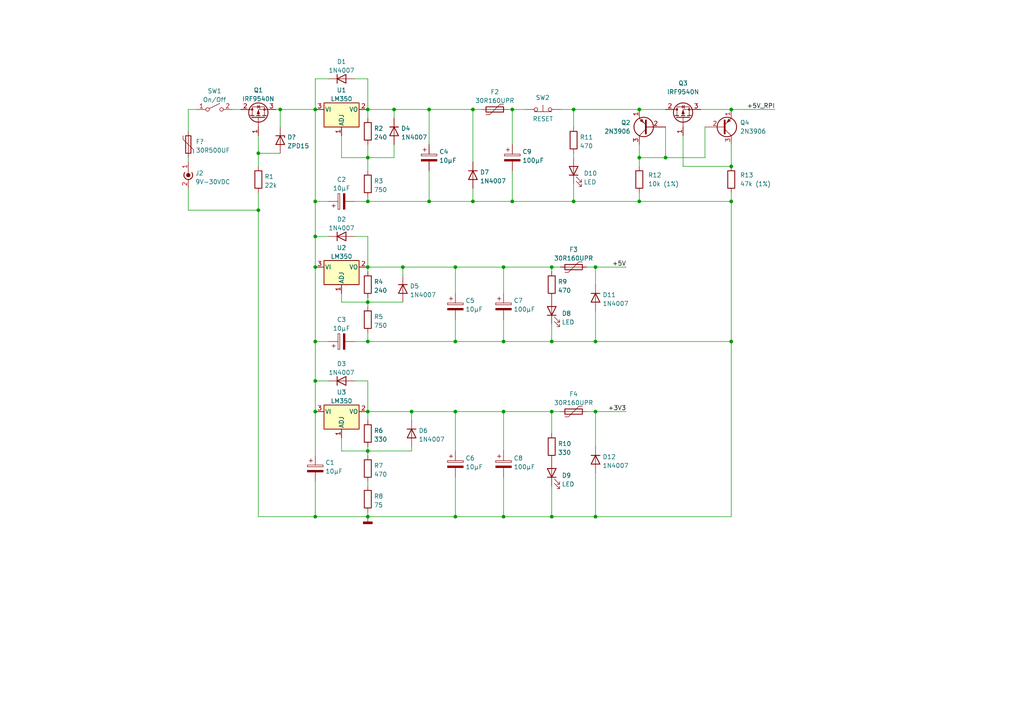
<source format=kicad_sch>
(kicad_sch (version 20211123) (generator eeschema)
  (paper "A4")
  (title_block (title "The Ulysses Board") (date "2022-09-04") (rev "1.3") (company "Dirk Gottschalk") (comment 1 "Power module") (comment 2 "Schematics") (comment 3 "Draft") (comment 4 "EN") (comment 5 "Tech- dev.") (comment 6 "n/a") (comment 7 "Dirk Gottschalk"))
  (lib_symbols
    (symbol "Connector:Conn_Coaxial_Power" (pin_names (offset 1.016) hide)
      (property "Reference" "J" (at -5.08 -1.27 90))
      (property "Value" "Conn_Coaxial_Power" (at -3.175 -1.27 90))
      (symbol "Conn_Coaxial_Power_0_1"
        (arc (start -1.27 -1.27) (mid 0 -2.54) (end 1.27 -1.27) (stroke (width 0.254)))
        (arc (start -1.016 -0.508) (mid -1.2048 -0.8684) (end -1.27 -1.27) (stroke (width 0.254)))
        (circle (center 0 -1.27) (radius 0.508) (stroke (width 0.2032)) (fill (type outline)))
        (polyline (pts (xy 0 -2.54) (xy 0 -3.048)))
        (polyline (pts (xy 0 0) (xy 0 -1.27)))
        (arc (start 1.27 -1.27) (mid 1.2048 -0.8684) (end 1.016 -0.508) (stroke (width 0.254)))
      )
      (symbol "Conn_Coaxial_Power_1_1"
        (pin passive line (at 0 2.54 270) (length 2.54) (name "In") (number "1"))
        (pin passive line (at 0 -5.08 90) (length 2.54) (name "Ext") (number "2"))
      )
    )
    (symbol "Device:C_Polarized" (pin_numbers hide) (pin_names (offset 0.254))
      (property "Reference" "C" (at 0.635 2.54 0))
      (property "Value" "C_Polarized" (at 0.635 -2.54 0))
      (symbol "C_Polarized_0_1"
        (rectangle (start -2.286 0.508) (end 2.286 1.016))
        (polyline (pts (xy -1.778 2.286) (xy -0.762 2.286)))
        (polyline (pts (xy -1.27 2.794) (xy -1.27 1.778)))
        (rectangle (start 2.286 -0.508) (end -2.286 -1.016) (fill (type outline)))
      )
      (symbol "C_Polarized_1_1"
        (pin passive line (at 0 3.81 270) (length 2.794) (name "~") (number "1"))
        (pin passive line (at 0 -3.81 90) (length 2.794) (name "~") (number "2"))
      )
    )
    (symbol "Device:LED" (pin_numbers hide) (pin_names (offset 1.016) hide)
      (property "Reference" "D" (at 0 2.54 0))
      (property "Value" "LED" (at 0 -2.54 0))
      (symbol "LED_0_1"
        (polyline (pts (xy -1.27 -1.27) (xy -1.27 1.27)) (stroke (width 0.254)))
        (polyline (pts (xy -1.27 0) (xy 1.27 0)))
        (polyline (pts (xy 1.27 -1.27) (xy 1.27 1.27) (xy -1.27 0) (xy 1.27 -1.27)) (stroke (width 0.254)))
        (polyline (pts (xy -3.048 -0.762) (xy -4.572 -2.286) (xy -3.81 -2.286) (xy -4.572 -2.286) (xy -4.572 -1.524)))
        (polyline (pts (xy -1.778 -0.762) (xy -3.302 -2.286) (xy -2.54 -2.286) (xy -3.302 -2.286) (xy -3.302 -1.524)))
      )
      (symbol "LED_1_1"
        (pin passive line (at -3.81 0 0) (length 2.54) (name "K") (number "1"))
        (pin passive line (at 3.81 0 180) (length 2.54) (name "A") (number "2"))
      )
    )
    (symbol "Device:Polyfuse" (pin_numbers hide) (pin_names (offset 0))
      (property "Reference" "F" (at -2.54 0 90))
      (property "Value" "Polyfuse" (at 2.54 0 90))
      (symbol "Polyfuse_0_1"
        (rectangle (start -0.762 2.54) (end 0.762 -2.54) (stroke (width 0.254)))
        (polyline (pts (xy 0 2.54) (xy 0 -2.54)))
        (polyline (pts (xy -1.524 2.54) (xy -1.524 1.524) (xy 1.524 -1.524) (xy 1.524 -2.54)))
      )
      (symbol "Polyfuse_1_1"
        (pin passive line (at 0 3.81 270) (length 1.27) (name "~") (number "1"))
        (pin passive line (at 0 -3.81 90) (length 1.27) (name "~") (number "2"))
      )
    )
    (symbol "Device:R" (pin_numbers hide) (pin_names (offset 0))
      (property "Reference" "R" (at 2.032 0 90))
      (property "Value" "R" (at 0 0 90))
      (symbol "R_0_1"
        (rectangle (start -1.016 -2.54) (end 1.016 2.54) (stroke (width 0.254)))
      )
      (symbol "R_1_1"
        (pin passive line (at 0 3.81 270) (length 1.27) (name "~") (number "1"))
        (pin passive line (at 0 -3.81 90) (length 1.27) (name "~") (number "2"))
      )
    )
    (symbol "Diode:1N4007" (pin_numbers hide) (pin_names (offset 1.016) hide)
      (property "Reference" "D" (at 0 2.54 0))
      (property "Value" "1N4007" (at 0 -2.54 0))
      (symbol "1N4007_0_1"
        (polyline (pts (xy -1.27 1.27) (xy -1.27 -1.27)) (stroke (width 0.254)))
        (polyline (pts (xy 1.27 0) (xy -1.27 0)))
        (polyline (pts (xy 1.27 1.27) (xy 1.27 -1.27) (xy -1.27 0) (xy 1.27 1.27)) (stroke (width 0.254)))
      )
      (symbol "1N4007_1_1"
        (pin passive line (at -3.81 0 0) (length 2.54) (name "K") (number "1"))
        (pin passive line (at 3.81 0 180) (length 2.54) (name "A") (number "2"))
      )
    )
    (symbol "Diode:ZPDxx" (pin_numbers hide) (pin_names hide)
      (property "Reference" "D" (at 0 2.54 0))
      (property "Value" "ZPDxx" (at 0 -2.54 0))
      (symbol "ZPDxx_0_1"
        (polyline (pts (xy 1.27 0) (xy -1.27 0)))
        (polyline (pts (xy -1.27 -1.27) (xy -1.27 1.27) (xy -0.762 1.27)) (stroke (width 0.254)))
        (polyline (pts (xy 1.27 -1.27) (xy 1.27 1.27) (xy -1.27 0) (xy 1.27 -1.27)) (stroke (width 0.254)))
      )
      (symbol "ZPDxx_1_1"
        (pin passive line (at -3.81 0 0) (length 2.54) (name "K") (number "1"))
        (pin passive line (at 3.81 0 180) (length 2.54) (name "A") (number "2"))
      )
    )
    (symbol "Regulator_Linear:LM350_TO220" (pin_names (offset 0.254))
      (property "Reference" "U" (at -3.81 3.175 0))
      (property "Value" "LM350_TO220" (at 0 3.175 0))
      (symbol "LM350_TO220_0_1"
        (rectangle (start -5.08 1.905) (end 5.08 -5.08) (stroke (width 0.254)) (fill (type background)))
      )
      (symbol "LM350_TO220_1_1"
        (pin input line (at 0 -7.62 90) (length 2.54) (name "ADJ") (number "1"))
        (pin power_out line (at 7.62 0 180) (length 2.54) (name "VO") (number "2"))
        (pin power_in line (at -7.62 0 0) (length 2.54) (name "VI") (number "3"))
      )
    )
    (symbol "Switch:SW_Push_Open" (pin_numbers hide) (pin_names (offset 1.016) hide)
      (property "Reference" "SW" (at 0 2.54 0))
      (property "Value" "SW_Push_Open" (at 0 -1.905 0))
      (symbol "SW_Push_Open_0_1"
        (circle (center -2.032 0) (radius 0.508))
        (polyline (pts (xy -2.54 -0.635) (xy 2.54 -0.635)))
        (polyline (pts (xy 0 -0.635) (xy 0 1.27)))
        (circle (center 2.032 0) (radius 0.508))
        (pin passive line (at -5.08 0 0) (length 2.54) (name "A") (number "1"))
      )
      (symbol "SW_Push_Open_1_1"
        (pin passive line (at 5.08 0 180) (length 2.54) (name "B") (number "2"))
      )
    )
    (symbol "Switch:SW_SPST" (pin_names (offset 0) hide)
      (property "Reference" "SW" (at 0 3.175 0))
      (property "Value" "SW_SPST" (at 0 -2.54 0))
      (symbol "SW_SPST_0_0"
        (circle (center -2.032 0) (radius 0.508))
        (polyline (pts (xy -1.524 0.254) (xy 1.524 1.778)))
        (circle (center 2.032 0) (radius 0.508))
      )
      (symbol "SW_SPST_1_1"
        (pin passive line (at -5.08 0 0) (length 2.54) (name "A") (number "1"))
        (pin passive line (at 5.08 0 180) (length 2.54) (name "B") (number "2"))
      )
    )
    (symbol "Transistor_BJT:2N3906" (pin_names (offset 0) hide)
      (property "Reference" "Q" (at 5.08 1.905 0))
      (property "Value" "2N3906" (at 5.08 0 0))
      (symbol "2N3906_0_1"
        (polyline (pts (xy 0.635 0.635) (xy 2.54 2.54)))
        (polyline (pts (xy 0.635 -0.635) (xy 2.54 -2.54) (xy 2.54 -2.54)))
        (polyline (pts (xy 0.635 1.905) (xy 0.635 -1.905) (xy 0.635 -1.905)) (stroke (width 0.508)))
        (polyline (pts (xy 2.286 -1.778) (xy 1.778 -2.286) (xy 1.27 -1.27) (xy 2.286 -1.778) (xy 2.286 -1.778)) (fill (type outline)))
        (circle (center 1.27 0) (radius 2.8194) (stroke (width 0.254)))
      )
      (symbol "2N3906_1_1"
        (pin passive line (at 2.54 -5.08 90) (length 2.54) (name "E") (number "1"))
        (pin input line (at -5.08 0 0) (length 5.715) (name "B") (number "2"))
        (pin passive line (at 2.54 5.08 270) (length 2.54) (name "C") (number "3"))
      )
    )
    (symbol "Transistor_FET:IRF9540N" (pin_names hide)
      (property "Reference" "Q" (at 5.08 1.905 0))
      (property "Value" "IRF9540N" (at 5.08 0 0))
      (symbol "IRF9540N_0_1"
        (polyline (pts (xy 0.254 0) (xy -2.54 0)))
        (polyline (pts (xy 0.254 1.905) (xy 0.254 -1.905)) (stroke (width 0.254)))
        (polyline (pts (xy 0.762 -1.27) (xy 0.762 -2.286)) (stroke (width 0.254)))
        (polyline (pts (xy 0.762 0.508) (xy 0.762 -0.508)) (stroke (width 0.254)))
        (polyline (pts (xy 0.762 2.286) (xy 0.762 1.27)) (stroke (width 0.254)))
        (polyline (pts (xy 2.54 2.54) (xy 2.54 1.778)))
        (polyline (pts (xy 2.54 -2.54) (xy 2.54 0) (xy 0.762 0)))
        (polyline (pts (xy 0.762 1.778) (xy 3.302 1.778) (xy 3.302 -1.778) (xy 0.762 -1.778)))
        (polyline (pts (xy 2.286 0) (xy 1.27 0.381) (xy 1.27 -0.381) (xy 2.286 0)) (fill (type outline)))
        (polyline (pts (xy 2.794 -0.508) (xy 2.921 -0.381) (xy 3.683 -0.381) (xy 3.81 -0.254)))
        (polyline (pts (xy 3.302 -0.381) (xy 2.921 0.254) (xy 3.683 0.254) (xy 3.302 -0.381)))
        (circle (center 1.651 0) (radius 2.794) (stroke (width 0.254)))
        (circle (center 2.54 -1.778) (radius 0.254) (fill (type outline)))
        (circle (center 2.54 1.778) (radius 0.254) (fill (type outline)))
      )
      (symbol "IRF9540N_1_1"
        (pin input line (at -5.08 0 0) (length 2.54) (name "G") (number "1"))
        (pin passive line (at 2.54 5.08 270) (length 2.54) (name "D") (number "2"))
        (pin passive line (at 2.54 -5.08 90) (length 2.54) (name "S") (number "3"))
      )
    )
    (symbol "power:GNDD" (power) (pin_names (offset 0))
      (property "Value" "GNDD" (at 0 -3.175 0))
      (symbol "GNDD_0_1"
        (rectangle (start -1.27 -1.524) (end 1.27 -2.032) (stroke (width 0.254)) (fill (type outline)))
        (polyline (pts (xy 0 0) (xy 0 -1.524)))
      )
      (symbol "GNDD_1_1"
        (pin power_in line (at 0 0 270) (length 0) hide (name "GNDD") (number "1"))
      )
    )
  )
  (junction (at 114.3 31.75))
  (junction (at 106.68 45.72))
  (junction (at 132.08 119.38))
  (junction (at 212.09 99.06))
  (junction (at 91.44 119.38))
  (junction (at 91.44 77.47))
  (junction (at 124.46 31.75))
  (junction (at 172.72 149.86))
  (junction (at 91.44 31.75))
  (junction (at 106.68 77.47))
  (junction (at 132.08 99.06))
  (junction (at 74.93 60.96))
  (junction (at 119.38 119.38))
  (junction (at 137.16 58.42))
  (junction (at 91.44 149.86))
  (junction (at 124.46 58.42))
  (junction (at 185.42 58.42))
  (junction (at 166.37 58.42))
  (junction (at 116.84 77.47))
  (junction (at 106.68 99.06))
  (junction (at 91.44 68.58))
  (junction (at 193.04 45.72))
  (junction (at 146.05 99.06))
  (junction (at 212.09 31.75))
  (junction (at 146.05 119.38))
  (junction (at 106.68 149.86))
  (junction (at 132.08 149.86))
  (junction (at 91.44 99.06))
  (junction (at 106.68 130.81))
  (junction (at 91.44 58.42))
  (junction (at 74.93 44.45))
  (junction (at 106.68 58.42))
  (junction (at 146.05 149.86))
  (junction (at 160.02 99.06))
  (junction (at 148.59 31.75))
  (junction (at 91.44 110.49))
  (junction (at 212.09 58.42))
  (junction (at 185.42 45.72))
  (junction (at 212.09 48.26))
  (junction (at 172.72 119.38))
  (junction (at 172.72 99.06))
  (junction (at 137.16 31.75))
  (junction (at 185.42 31.75))
  (junction (at 106.68 119.38))
  (junction (at 146.05 77.47))
  (junction (at 81.28 31.75))
  (junction (at 172.72 77.47))
  (junction (at 106.68 31.75))
  (junction (at 148.59 58.42))
  (junction (at 160.02 77.47))
  (junction (at 166.37 31.75))
  (junction (at 160.02 149.86))
  (junction (at 160.02 119.38))
  (junction (at 106.68 87.63))
  (junction (at 132.08 77.47))
  (wire (pts (xy 160.02 119.38) (xy 160.02 125.73)))
  (wire (pts (xy 204.47 45.72) (xy 204.47 36.83)))
  (wire (pts (xy 106.68 31.75) (xy 106.68 34.29)))
  (wire (pts (xy 80.01 31.75) (xy 81.28 31.75)))
  (wire (pts (xy 160.02 93.98) (xy 160.02 99.06)))
  (wire (pts (xy 99.06 39.37) (xy 99.06 45.72)))
  (wire (pts (xy 106.68 58.42) (xy 124.46 58.42)))
  (wire (pts (xy 74.93 44.45) (xy 81.28 44.45)))
  (wire (pts (xy 106.68 99.06) (xy 132.08 99.06)))
  (wire (pts (xy 102.87 68.58) (xy 106.68 68.58)))
  (wire (pts (xy 106.68 45.72) (xy 106.68 49.53)))
  (wire (pts (xy 166.37 58.42) (xy 148.59 58.42)))
  (wire (pts (xy 185.42 55.88) (xy 185.42 58.42)))
  (wire (pts (xy 147.32 31.75) (xy 148.59 31.75)))
  (wire (pts (xy 99.06 127) (xy 99.06 130.81)))
  (wire (pts (xy 74.93 55.88) (xy 74.93 60.96)))
  (wire (pts (xy 106.68 77.47) (xy 116.84 77.47)))
  (wire (pts (xy 172.72 77.47) (xy 172.72 82.55)))
  (wire (pts (xy 160.02 140.97) (xy 160.02 149.86)))
  (wire (pts (xy 132.08 119.38) (xy 132.08 130.81)))
  (wire (pts (xy 74.93 44.45) (xy 74.93 39.37)))
  (wire (pts (xy 212.09 55.88) (xy 212.09 58.42)))
  (wire (pts (xy 116.84 77.47) (xy 116.84 80.01)))
  (wire (pts (xy 193.04 45.72) (xy 204.47 45.72)))
  (wire (pts (xy 146.05 138.43) (xy 146.05 149.86)))
  (wire (pts (xy 148.59 49.53) (xy 148.59 58.42)))
  (wire (pts (xy 172.72 137.16) (xy 172.72 149.86)))
  (wire (pts (xy 172.72 90.17) (xy 172.72 99.06)))
  (wire (pts (xy 170.18 119.38) (xy 172.72 119.38)))
  (wire (pts (xy 148.59 31.75) (xy 152.4 31.75)))
  (wire (pts (xy 212.09 99.06) (xy 212.09 149.86)))
  (wire (pts (xy 124.46 31.75) (xy 137.16 31.75)))
  (wire (pts (xy 81.28 31.75) (xy 91.44 31.75)))
  (wire (pts (xy 102.87 99.06) (xy 106.68 99.06)))
  (wire (pts (xy 54.61 54.61) (xy 54.61 60.96)))
  (wire (pts (xy 119.38 130.81) (xy 106.68 130.81)))
  (wire (pts (xy 106.68 130.81) (xy 106.68 132.08)))
  (wire (pts (xy 99.06 85.09) (xy 99.06 87.63)))
  (wire (pts (xy 106.68 41.91) (xy 106.68 45.72)))
  (wire (pts (xy 95.25 99.06) (xy 91.44 99.06)))
  (wire (pts (xy 91.44 139.7) (xy 91.44 149.86)))
  (wire (pts (xy 185.42 45.72) (xy 193.04 45.72)))
  (wire (pts (xy 146.05 77.47) (xy 160.02 77.47)))
  (wire (pts (xy 74.93 48.26) (xy 74.93 44.45)))
  (wire (pts (xy 203.2 31.75) (xy 212.09 31.75)))
  (wire (pts (xy 91.44 77.47) (xy 91.44 99.06)))
  (wire (pts (xy 54.61 60.96) (xy 74.93 60.96)))
  (wire (pts (xy 91.44 31.75) (xy 91.44 58.42)))
  (wire (pts (xy 146.05 119.38) (xy 146.05 130.81)))
  (wire (pts (xy 212.09 41.91) (xy 212.09 48.26)))
  (wire (pts (xy 102.87 110.49) (xy 106.68 110.49)))
  (wire (pts (xy 124.46 31.75) (xy 124.46 41.91)))
  (wire (pts (xy 137.16 58.42) (xy 124.46 58.42)))
  (wire (pts (xy 106.68 110.49) (xy 106.68 119.38)))
  (wire (pts (xy 132.08 77.47) (xy 146.05 77.47)))
  (wire (pts (xy 132.08 138.43) (xy 132.08 149.86)))
  (wire (pts (xy 114.3 41.91) (xy 114.3 45.72)))
  (wire (pts (xy 91.44 149.86) (xy 106.68 149.86)))
  (wire (pts (xy 106.68 119.38) (xy 106.68 121.92)))
  (wire (pts (xy 91.44 110.49) (xy 91.44 99.06)))
  (wire (pts (xy 185.42 45.72) (xy 185.42 48.26)))
  (wire (pts (xy 146.05 99.06) (xy 160.02 99.06)))
  (wire (pts (xy 148.59 31.75) (xy 148.59 41.91)))
  (wire (pts (xy 106.68 129.54) (xy 106.68 130.81)))
  (wire (pts (xy 146.05 92.71) (xy 146.05 99.06)))
  (wire (pts (xy 95.25 110.49) (xy 91.44 110.49)))
  (wire (pts (xy 119.38 119.38) (xy 132.08 119.38)))
  (wire (pts (xy 106.68 57.15) (xy 106.68 58.42)))
  (wire (pts (xy 212.09 31.75) (xy 224.79 31.75)))
  (wire (pts (xy 114.3 31.75) (xy 124.46 31.75)))
  (wire (pts (xy 132.08 99.06) (xy 146.05 99.06)))
  (wire (pts (xy 91.44 149.86) (xy 74.93 149.86)))
  (wire (pts (xy 102.87 22.86) (xy 106.68 22.86)))
  (wire (pts (xy 146.05 149.86) (xy 160.02 149.86)))
  (wire (pts (xy 212.09 149.86) (xy 172.72 149.86)))
  (wire (pts (xy 160.02 99.06) (xy 172.72 99.06)))
  (wire (pts (xy 132.08 77.47) (xy 132.08 85.09)))
  (wire (pts (xy 137.16 31.75) (xy 139.7 31.75)))
  (wire (pts (xy 102.87 58.42) (xy 106.68 58.42)))
  (wire (pts (xy 106.68 77.47) (xy 106.68 78.74)))
  (wire (pts (xy 106.68 87.63) (xy 116.84 87.63)))
  (wire (pts (xy 95.25 22.86) (xy 91.44 22.86)))
  (wire (pts (xy 146.05 119.38) (xy 160.02 119.38)))
  (wire (pts (xy 95.25 58.42) (xy 91.44 58.42)))
  (wire (pts (xy 114.3 45.72) (xy 106.68 45.72)))
  (wire (pts (xy 106.68 68.58) (xy 106.68 77.47)))
  (wire (pts (xy 146.05 77.47) (xy 146.05 85.09)))
  (wire (pts (xy 91.44 58.42) (xy 91.44 68.58)))
  (wire (pts (xy 54.61 31.75) (xy 57.15 31.75)))
  (wire (pts (xy 106.68 88.9) (xy 106.68 87.63)))
  (wire (pts (xy 198.12 39.37) (xy 198.12 48.26)))
  (wire (pts (xy 54.61 45.72) (xy 54.61 46.99)))
  (wire (pts (xy 212.09 58.42) (xy 185.42 58.42)))
  (wire (pts (xy 54.61 38.1) (xy 54.61 31.75)))
  (wire (pts (xy 166.37 53.34) (xy 166.37 58.42)))
  (wire (pts (xy 160.02 77.47) (xy 160.02 78.74)))
  (wire (pts (xy 185.42 58.42) (xy 166.37 58.42)))
  (wire (pts (xy 132.08 119.38) (xy 146.05 119.38)))
  (wire (pts (xy 160.02 119.38) (xy 162.56 119.38)))
  (wire (pts (xy 212.09 99.06) (xy 172.72 99.06)))
  (wire (pts (xy 172.72 119.38) (xy 172.72 129.54)))
  (wire (pts (xy 67.31 31.75) (xy 69.85 31.75)))
  (wire (pts (xy 74.93 60.96) (xy 74.93 149.86)))
  (wire (pts (xy 81.28 31.75) (xy 81.28 36.83)))
  (wire (pts (xy 119.38 129.54) (xy 119.38 130.81)))
  (wire (pts (xy 172.72 119.38) (xy 181.61 119.38)))
  (wire (pts (xy 106.68 149.86) (xy 132.08 149.86)))
  (wire (pts (xy 106.68 99.06) (xy 106.68 96.52)))
  (wire (pts (xy 148.59 58.42) (xy 137.16 58.42)))
  (wire (pts (xy 91.44 119.38) (xy 91.44 132.08)))
  (wire (pts (xy 124.46 49.53) (xy 124.46 58.42)))
  (wire (pts (xy 198.12 48.26) (xy 212.09 48.26)))
  (wire (pts (xy 116.84 77.47) (xy 132.08 77.47)))
  (wire (pts (xy 106.68 119.38) (xy 119.38 119.38)))
  (wire (pts (xy 160.02 77.47) (xy 162.56 77.47)))
  (wire (pts (xy 106.68 139.7) (xy 106.68 140.97)))
  (wire (pts (xy 170.18 77.47) (xy 172.72 77.47)))
  (wire (pts (xy 99.06 45.72) (xy 106.68 45.72)))
  (wire (pts (xy 137.16 31.75) (xy 137.16 46.99)))
  (wire (pts (xy 91.44 68.58) (xy 95.25 68.58)))
  (wire (pts (xy 166.37 31.75) (xy 166.37 36.83)))
  (wire (pts (xy 212.09 58.42) (xy 212.09 99.06)))
  (wire (pts (xy 132.08 92.71) (xy 132.08 99.06)))
  (wire (pts (xy 91.44 22.86) (xy 91.44 31.75)))
  (wire (pts (xy 160.02 149.86) (xy 172.72 149.86)))
  (wire (pts (xy 114.3 31.75) (xy 114.3 34.29)))
  (wire (pts (xy 106.68 22.86) (xy 106.68 31.75)))
  (wire (pts (xy 162.56 31.75) (xy 166.37 31.75)))
  (wire (pts (xy 193.04 31.75) (xy 185.42 31.75)))
  (wire (pts (xy 166.37 44.45) (xy 166.37 45.72)))
  (wire (pts (xy 119.38 119.38) (xy 119.38 121.92)))
  (wire (pts (xy 106.68 31.75) (xy 114.3 31.75)))
  (wire (pts (xy 185.42 41.91) (xy 185.42 45.72)))
  (wire (pts (xy 91.44 110.49) (xy 91.44 119.38)))
  (wire (pts (xy 193.04 36.83) (xy 193.04 45.72)))
  (wire (pts (xy 132.08 149.86) (xy 146.05 149.86)))
  (wire (pts (xy 106.68 148.59) (xy 106.68 149.86)))
  (wire (pts (xy 137.16 54.61) (xy 137.16 58.42)))
  (wire (pts (xy 91.44 77.47) (xy 91.44 68.58)))
  (wire (pts (xy 99.06 87.63) (xy 106.68 87.63)))
  (wire (pts (xy 99.06 130.81) (xy 106.68 130.81)))
  (wire (pts (xy 166.37 31.75) (xy 185.42 31.75)))
  (wire (pts (xy 172.72 77.47) (xy 181.61 77.47)))
  (wire (pts (xy 106.68 86.36) (xy 106.68 87.63)))
  (label "+3V3" (at 181.61 119.38 180))
  (label "+5V" (at 181.61 77.47 180))
  (label "+5V_RPI" (at 224.79 31.75 180))
  (symbol (lib_id "Device:R") (at 160.02 82.55 0) (unit 1)
    (property "Reference" "R9" (at 161.798 81.7153 0) (effects (justify left)))
    (property "Value" "470" (at 161.798 84.2522 0) (effects (justify left)))
  )
  (symbol (lib_id "Device:R") (at 166.37 40.64 0) (unit 1)
    (property "Reference" "R11" (at 168.148 39.8053 0) (effects (justify left)))
    (property "Value" "470" (at 168.148 42.3422 0) (effects (justify left)))
  )
  (symbol (lib_id "Device:Polyfuse") (at 54.61 41.91 0) (unit 1)
    (property "Reference" "F?" (at 56.769 41.0753 0) (effects (justify left)))
    (property "Value" "30R500UF" (at 56.769 43.6122 0) (effects (justify left)))
  )
  (symbol (lib_id "Transistor_FET:IRF9540N") (at 74.93 34.29 90) (unit 1)
    (property "Reference" "Q1" (at 74.93 26.1452 90))
    (property "Value" "IRF9540N" (at 74.93 28.6821 90))
    (property "Footprint" "Package_TO_SOT_THT:TO-220-3_Vertical" (effects hide))
    (property "Datasheet" "http://www.irf.com/product-info/datasheets/data/irf9540n.pdf" (effects hide))
  )
  (symbol (lib_id "Transistor_BJT:2N3906") (at 187.96 36.83 180) (unit 1)
    (property "Reference" "Q2" (at 182.88 35.5599 0) (effects (justify left)))
    (property "Value" "2N3906" (at 182.88 38.0999 0) (effects (justify left)))
    (property "Footprint" "Package_TO_SOT_THT:TO-92_Inline" (effects hide))
    (property "Datasheet" "https://www.onsemi.com/pub/Collateral/2N3906-D.PDF" (effects hide))
  )
  (symbol (lib_id "power:GNDD") (at 106.68 149.86 0) (unit 1)
    (property "Reference" "#PWR03" (effects hide))
    (property "Value" "GNDD" (effects hide))
  )
  (symbol (lib_id "Diode:1N4007") (at 99.06 110.49 0) (unit 1)
    (property "Reference" "D3" (at 99.06 105.5202 0))
    (property "Value" "1N4007" (at 99.06 108.0571 0))
    (property "Footprint" "Diode_THT:D_DO-41_SOD81_P10.16mm_Horizontal" (effects hide))
    (property "Datasheet" "http://www.vishay.com/docs/88503/1n4001.pdf" (effects hide))
  )
  (symbol (lib_id "Device:C_Polarized") (at 132.08 88.9 0) (unit 1)
    (property "Reference" "C5" (at 135.001 87.1763 0) (effects (justify left)))
    (property "Value" "10µF" (at 135.001 89.7132 0) (effects (justify left)))
  )
  (symbol (lib_id "Device:R") (at 74.93 52.07 0) (unit 1)
    (property "Reference" "R1" (at 76.708 51.2353 0) (effects (justify left)))
    (property "Value" "22k" (at 76.708 53.7722 0) (effects (justify left)))
  )
  (symbol (lib_id "Device:Polyfuse") (at 166.37 77.47 90) (unit 1)
    (property "Reference" "F3" (at 166.37 72.3732 90))
    (property "Value" "30R160UPR" (at 166.37 74.9101 90))
  )
  (symbol (lib_id "Device:R") (at 106.68 144.78 0) (unit 1)
    (property "Reference" "R8" (at 108.458 143.9453 0) (effects (justify left)))
    (property "Value" "75" (at 108.458 146.4822 0) (effects (justify left)))
  )
  (symbol (lib_id "Device:C_Polarized") (at 148.59 45.72 0) (unit 1)
    (property "Reference" "C9" (at 151.511 43.9963 0) (effects (justify left)))
    (property "Value" "100µF" (at 151.511 46.5332 0) (effects (justify left)))
  )
  (symbol (lib_id "Device:R") (at 106.68 135.89 0) (unit 1)
    (property "Reference" "R7" (at 108.458 135.0553 0) (effects (justify left)))
    (property "Value" "470" (at 108.458 137.5922 0) (effects (justify left)))
  )
  (symbol (lib_id "Device:LED") (at 166.37 49.53 90) (unit 1)
    (property "Reference" "D10" (at 169.291 50.2828 90) (effects (justify right)))
    (property "Value" "LED" (at 169.291 52.8197 90) (effects (justify right)))
  )
  (symbol (lib_id "Device:Polyfuse") (at 143.51 31.75 90) (unit 1)
    (property "Reference" "F2" (at 143.51 26.6532 90))
    (property "Value" "30R160UPR" (at 143.51 29.1901 90))
  )
  (symbol (lib_id "Device:C_Polarized") (at 146.05 134.62 0) (unit 1)
    (property "Reference" "C8" (at 148.971 132.8963 0) (effects (justify left)))
    (property "Value" "100µF" (at 148.971 135.4332 0) (effects (justify left)))
  )
  (symbol (lib_id "Diode:1N4007") (at 99.06 22.86 0) (unit 1)
    (property "Reference" "D1" (at 99.06 17.8902 0))
    (property "Value" "1N4007" (at 99.06 20.4271 0))
    (property "Footprint" "Diode_THT:D_DO-41_SOD81_P10.16mm_Horizontal" (effects hide))
    (property "Datasheet" "http://www.vishay.com/docs/88503/1n4001.pdf" (effects hide))
  )
  (symbol (lib_id "Device:R") (at 106.68 38.1 0) (unit 1)
    (property "Reference" "R2" (at 108.458 37.2653 0) (effects (justify left)))
    (property "Value" "240" (at 108.458 39.8022 0) (effects (justify left)))
  )
  (symbol (lib_id "Transistor_BJT:2N3906") (at 209.55 36.83 0) (mirror x) (unit 1)
    (property "Reference" "Q4" (at 214.63 35.5599 0) (effects (justify left)))
    (property "Value" "2N3906" (at 214.63 38.0999 0) (effects (justify left)))
    (property "Footprint" "Package_TO_SOT_THT:TO-92_Inline" (effects hide))
    (property "Datasheet" "https://www.onsemi.com/pub/Collateral/2N3906-D.PDF" (effects hide))
  )
  (symbol (lib_id "Regulator_Linear:LM350_TO220") (at 99.06 119.38 0) (unit 1)
    (property "Reference" "U3" (at 99.06 113.7752 0))
    (property "Value" "LM350" (at 99.06 116.3121 0))
    (property "Footprint" "Package_TO_SOT_THT:TO-220-3_Vertical" (effects hide))
    (property "Datasheet" "https://www.onsemi.com/pub/Collateral/LM350-D.pdf" (effects hide))
  )
  (symbol (lib_id "Device:R") (at 106.68 53.34 0) (unit 1)
    (property "Reference" "R3" (at 108.458 52.5053 0) (effects (justify left)))
    (property "Value" "750" (at 108.458 55.0422 0) (effects (justify left)))
  )
  (symbol (lib_id "Diode:1N4007") (at 119.38 125.73 270) (unit 1)
    (property "Reference" "D6" (at 121.412 124.8953 90) (effects (justify left)))
    (property "Value" "1N4007" (at 121.412 127.4322 90) (effects (justify left)))
    (property "Footprint" "Diode_THT:D_DO-41_SOD81_P10.16mm_Horizontal" (effects hide))
    (property "Datasheet" "http://www.vishay.com/docs/88503/1n4001.pdf" (effects hide))
  )
  (symbol (lib_id "Device:R") (at 106.68 82.55 0) (unit 1)
    (property "Reference" "R4" (at 108.458 81.7153 0) (effects (justify left)))
    (property "Value" "240" (at 108.458 84.2522 0) (effects (justify left)))
  )
  (symbol (lib_id "Diode:1N4007") (at 137.16 50.8 270) (unit 1)
    (property "Reference" "D7" (at 139.192 49.9653 90) (effects (justify left)))
    (property "Value" "1N4007" (at 139.192 52.5022 90) (effects (justify left)))
    (property "Footprint" "Diode_THT:D_DO-41_SOD81_P10.16mm_Horizontal" (effects hide))
    (property "Datasheet" "http://www.vishay.com/docs/88503/1n4001.pdf" (effects hide))
  )
  (symbol (lib_id "Device:Polyfuse") (at 166.37 119.38 90) (unit 1)
    (property "Reference" "F4" (at 166.37 114.2832 90))
    (property "Value" "30R160UPR" (at 166.37 116.8201 90))
  )
  (symbol (lib_id "Diode:1N4007") (at 114.3 38.1 270) (unit 1)
    (property "Reference" "D4" (at 116.332 37.2653 90) (effects (justify left)))
    (property "Value" "1N4007" (at 116.332 39.8022 90) (effects (justify left)))
    (property "Footprint" "Diode_THT:D_DO-41_SOD81_P10.16mm_Horizontal" (effects hide))
    (property "Datasheet" "http://www.vishay.com/docs/88503/1n4001.pdf" (effects hide))
  )
  (symbol (lib_id "Device:C_Polarized") (at 99.06 58.42 90) (unit 1)
    (property "Reference" "C2" (at 99.06 52.07 90))
    (property "Value" "10µF" (at 99.06 54.6069 90))
  )
  (symbol (lib_id "Device:R") (at 106.68 92.71 0) (unit 1)
    (property "Reference" "R5" (at 108.458 91.8753 0) (effects (justify left)))
    (property "Value" "750" (at 108.458 94.4122 0) (effects (justify left)))
  )
  (symbol (lib_id "Diode:ZPDxx") (at 81.28 40.64 270) (unit 1)
    (property "Reference" "D?" (at 83.312 39.8053 90) (effects (justify left)))
    (property "Value" "ZPD15" (at 83.312 42.3422 90) (effects (justify left)))
    (property "Footprint" "Diode_THT:D_DO-35_SOD27_P10.16mm_Horizontal" (effects hide))
    (property "Datasheet" "http://diotec.com/tl_files/diotec/files/pdf/datasheets/zpd1" (effects hide))
  )
  (symbol (lib_id "Diode:1N4007") (at 99.06 68.58 0) (unit 1)
    (property "Reference" "D2" (at 99.06 63.6102 0))
    (property "Value" "1N4007" (at 99.06 66.1471 0))
    (property "Footprint" "Diode_THT:D_DO-41_SOD81_P10.16mm_Horizontal" (effects hide))
    (property "Datasheet" "http://www.vishay.com/docs/88503/1n4001.pdf" (effects hide))
  )
  (symbol (lib_id "Device:C_Polarized") (at 99.06 99.06 90) (unit 1)
    (property "Reference" "C3" (at 99.06 92.71 90))
    (property "Value" "10µF" (at 99.06 95.25 90))
  )
  (symbol (lib_id "Switch:SW_SPST") (at 62.23 31.75 0) (unit 1)
    (property "Reference" "SW1" (at 62.23 26.3992 0))
    (property "Value" "On/Off" (at 62.23 28.9361 0))
  )
  (symbol (lib_id "Device:C_Polarized") (at 146.05 88.9 0) (unit 1)
    (property "Reference" "C7" (at 148.971 87.1763 0) (effects (justify left)))
    (property "Value" "100µF" (at 148.971 89.7132 0) (effects (justify left)))
  )
  (symbol (lib_id "Device:R") (at 106.68 125.73 0) (unit 1)
    (property "Reference" "R6" (at 108.458 124.8953 0) (effects (justify left)))
    (property "Value" "330" (at 108.458 127.4322 0) (effects (justify left)))
  )
  (symbol (lib_id "Regulator_Linear:LM350_TO220") (at 99.06 77.47 0) (unit 1)
    (property "Reference" "U2" (at 99.06 71.8652 0))
    (property "Value" "LM350" (at 99.06 74.4021 0))
    (property "Footprint" "Package_TO_SOT_THT:TO-220-3_Vertical" (effects hide))
    (property "Datasheet" "https://www.onsemi.com/pub/Collateral/LM350-D.pdf" (effects hide))
  )
  (symbol (lib_id "Connector:Conn_Coaxial_Power") (at 54.61 49.53 0) (unit 1)
    (property "Reference" "J2" (at 56.642 50.2193 0) (effects (justify left)))
    (property "Value" "9V-30VDC" (at 56.642 52.7562 0) (effects (justify left)))
  )
  (symbol (lib_id "Device:R") (at 185.42 52.07 0) (unit 1)
    (property "Reference" "R12" (at 187.96 50.7999 0) (effects (justify left)))
    (property "Value" "10k (1%)" (at 187.96 53.3399 0) (effects (justify left)))
  )
  (symbol (lib_id "Device:C_Polarized") (at 132.08 134.62 0) (unit 1)
    (property "Reference" "C6" (at 135.001 132.8963 0) (effects (justify left)))
    (property "Value" "10µF" (at 135.001 135.4332 0) (effects (justify left)))
  )
  (symbol (lib_id "Device:R") (at 212.09 52.07 0) (unit 1)
    (property "Reference" "R13" (at 214.63 50.7999 0) (effects (justify left)))
    (property "Value" "47k (1%)" (at 214.63 53.3399 0) (effects (justify left)))
  )
  (symbol (lib_id "Device:C_Polarized") (at 91.44 135.89 0) (unit 1)
    (property "Reference" "C1" (at 94.361 134.1663 0) (effects (justify left)))
    (property "Value" "10µF" (at 94.361 136.7032 0) (effects (justify left)))
  )
  (symbol (lib_id "Transistor_FET:IRF9540N") (at 198.12 34.29 90) (unit 1)
    (property "Reference" "Q3" (at 198.12 24.13 90))
    (property "Value" "IRF9540N" (at 198.12 26.67 90))
    (property "Footprint" "Package_TO_SOT_THT:TO-220-3_Vertical" (effects hide))
    (property "Datasheet" "http://www.irf.com/product-info/datasheets/data/irf9540n.pdf" (effects hide))
  )
  (symbol (lib_id "Switch:SW_Push_Open") (at 157.48 31.75 0) (unit 1)
    (property "Reference" "SW2" (at 159.4481 28.3141 0) (effects (justify right)))
    (property "Value" "RESET" (at 160.4502 34.4925 0) (effects (justify right)))
  )
  (symbol (lib_id "Diode:1N4007") (at 172.72 86.36 270) (unit 1)
    (property "Reference" "D11" (at 174.752 85.5253 90) (effects (justify left)))
    (property "Value" "1N4007" (at 174.752 88.0622 90) (effects (justify left)))
    (property "Footprint" "Diode_THT:D_DO-41_SOD81_P10.16mm_Horizontal" (effects hide))
    (property "Datasheet" "http://www.vishay.com/docs/88503/1n4001.pdf" (effects hide))
  )
  (symbol (lib_id "Device:R") (at 160.02 129.54 0) (unit 1)
    (property "Reference" "R10" (at 161.798 128.7053 0) (effects (justify left)))
    (property "Value" "330" (at 161.798 131.2422 0) (effects (justify left)))
  )
  (symbol (lib_id "Device:C_Polarized") (at 124.46 45.72 0) (unit 1)
    (property "Reference" "C4" (at 127.381 43.9963 0) (effects (justify left)))
    (property "Value" "10µF" (at 127.381 46.5332 0) (effects (justify left)))
  )
  (symbol (lib_id "Regulator_Linear:LM350_TO220") (at 99.06 31.75 0) (unit 1)
    (property "Reference" "U1" (at 99.06 26.1452 0))
    (property "Value" "LM350" (at 99.06 28.6821 0))
    (property "Footprint" "Package_TO_SOT_THT:TO-220-3_Vertical" (effects hide))
    (property "Datasheet" "https://www.onsemi.com/pub/Collateral/LM350-D.pdf" (effects hide))
  )
  (symbol (lib_id "Device:LED") (at 160.02 137.16 90) (unit 1)
    (property "Reference" "D9" (at 162.941 137.9128 90) (effects (justify right)))
    (property "Value" "LED" (at 162.941 140.4497 90) (effects (justify right)))
  )
  (symbol (lib_id "Diode:1N4007") (at 116.84 83.82 270) (unit 1)
    (property "Reference" "D5" (at 118.872 82.9853 90) (effects (justify left)))
    (property "Value" "1N4007" (at 118.872 85.5222 90) (effects (justify left)))
    (property "Footprint" "Diode_THT:D_DO-41_SOD81_P10.16mm_Horizontal" (effects hide))
    (property "Datasheet" "http://www.vishay.com/docs/88503/1n4001.pdf" (effects hide))
  )
  (symbol (lib_id "Diode:1N4007") (at 172.72 133.35 270) (unit 1)
    (property "Reference" "D12" (at 174.752 132.5153 90) (effects (justify left)))
    (property "Value" "1N4007" (at 174.752 135.0522 90) (effects (justify left)))
    (property "Footprint" "Diode_THT:D_DO-41_SOD81_P10.16mm_Horizontal" (effects hide))
    (property "Datasheet" "http://www.vishay.com/docs/88503/1n4001.pdf" (effects hide))
  )
  (symbol (lib_id "Device:LED") (at 160.02 90.17 90) (unit 1)
    (property "Reference" "D8" (at 162.941 90.9228 90) (effects (justify right)))
    (property "Value" "LED" (at 162.941 93.4597 90) (effects (justify right)))
  )
)
</source>
